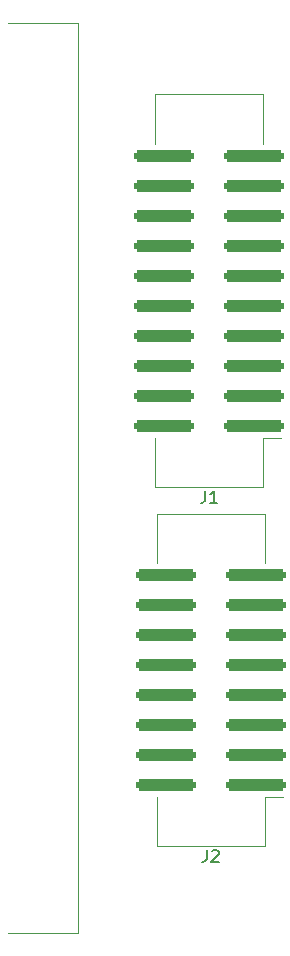
<source format=gbr>
%TF.GenerationSoftware,KiCad,Pcbnew,8.0.1*%
%TF.CreationDate,2024-04-03T13:15:38+02:00*%
%TF.ProjectId,AdapterFlatFlexMYDAQ,41646170-7465-4724-966c-6174466c6578,rev?*%
%TF.SameCoordinates,Original*%
%TF.FileFunction,Legend,Top*%
%TF.FilePolarity,Positive*%
%FSLAX46Y46*%
G04 Gerber Fmt 4.6, Leading zero omitted, Abs format (unit mm)*
G04 Created by KiCad (PCBNEW 8.0.1) date 2024-04-03 13:15:38*
%MOMM*%
%LPD*%
G01*
G04 APERTURE LIST*
G04 Aperture macros list*
%AMRoundRect*
0 Rectangle with rounded corners*
0 $1 Rounding radius*
0 $2 $3 $4 $5 $6 $7 $8 $9 X,Y pos of 4 corners*
0 Add a 4 corners polygon primitive as box body*
4,1,4,$2,$3,$4,$5,$6,$7,$8,$9,$2,$3,0*
0 Add four circle primitives for the rounded corners*
1,1,$1+$1,$2,$3*
1,1,$1+$1,$4,$5*
1,1,$1+$1,$6,$7*
1,1,$1+$1,$8,$9*
0 Add four rect primitives between the rounded corners*
20,1,$1+$1,$2,$3,$4,$5,0*
20,1,$1+$1,$4,$5,$6,$7,0*
20,1,$1+$1,$6,$7,$8,$9,0*
20,1,$1+$1,$8,$9,$2,$3,0*%
G04 Aperture macros list end*
%ADD10C,0.150000*%
%ADD11C,0.120000*%
%ADD12RoundRect,0.255000X2.245000X0.255000X-2.245000X0.255000X-2.245000X-0.255000X2.245000X-0.255000X0*%
%ADD13C,2.800000*%
G04 APERTURE END LIST*
D10*
X103216666Y-75614819D02*
X103216666Y-76329104D01*
X103216666Y-76329104D02*
X103169047Y-76471961D01*
X103169047Y-76471961D02*
X103073809Y-76567200D01*
X103073809Y-76567200D02*
X102930952Y-76614819D01*
X102930952Y-76614819D02*
X102835714Y-76614819D01*
X104216666Y-76614819D02*
X103645238Y-76614819D01*
X103930952Y-76614819D02*
X103930952Y-75614819D01*
X103930952Y-75614819D02*
X103835714Y-75757676D01*
X103835714Y-75757676D02*
X103740476Y-75852914D01*
X103740476Y-75852914D02*
X103645238Y-75900533D01*
X103366666Y-106034819D02*
X103366666Y-106749104D01*
X103366666Y-106749104D02*
X103319047Y-106891961D01*
X103319047Y-106891961D02*
X103223809Y-106987200D01*
X103223809Y-106987200D02*
X103080952Y-107034819D01*
X103080952Y-107034819D02*
X102985714Y-107034819D01*
X103795238Y-106130057D02*
X103842857Y-106082438D01*
X103842857Y-106082438D02*
X103938095Y-106034819D01*
X103938095Y-106034819D02*
X104176190Y-106034819D01*
X104176190Y-106034819D02*
X104271428Y-106082438D01*
X104271428Y-106082438D02*
X104319047Y-106130057D01*
X104319047Y-106130057D02*
X104366666Y-106225295D01*
X104366666Y-106225295D02*
X104366666Y-106320533D01*
X104366666Y-106320533D02*
X104319047Y-106463390D01*
X104319047Y-106463390D02*
X103747619Y-107034819D01*
X103747619Y-107034819D02*
X104366666Y-107034819D01*
D11*
%TO.C,J1*%
X98965000Y-42030000D02*
X98965000Y-46210000D01*
X98965000Y-75270000D02*
X98965000Y-71090000D01*
X108135000Y-42030000D02*
X98965000Y-42030000D01*
X108135000Y-46210000D02*
X108135000Y-42030000D01*
X108135000Y-71090000D02*
X108135000Y-75270000D01*
X108135000Y-71090000D02*
X109635000Y-71090000D01*
X108135000Y-75270000D02*
X98965000Y-75270000D01*
%TO.C,J2*%
X99115000Y-77530000D02*
X99115000Y-81710000D01*
X99115000Y-105690000D02*
X99115000Y-101510000D01*
X108285000Y-77530000D02*
X99115000Y-77530000D01*
X108285000Y-81710000D02*
X108285000Y-77530000D01*
X108285000Y-101510000D02*
X108285000Y-105690000D01*
X108285000Y-101510000D02*
X109785000Y-101510000D01*
X108285000Y-105690000D02*
X99115000Y-105690000D01*
%TO.C,J4*%
X92500000Y-36000000D02*
X86500000Y-36000000D01*
X92500000Y-113000000D02*
X86500000Y-113000000D01*
X92500000Y-113000000D02*
X92500000Y-36000000D01*
%TD*%
%LPC*%
D12*
%TO.C,J1*%
X107350000Y-70080000D03*
X99750000Y-70080000D03*
X107350000Y-67540000D03*
X99750000Y-67540000D03*
X107350000Y-65000000D03*
X99750000Y-65000000D03*
X107350000Y-62460000D03*
X99750000Y-62460000D03*
X107350000Y-59920000D03*
X99750000Y-59920000D03*
X107350000Y-57380000D03*
X99750000Y-57380000D03*
X107350000Y-54840000D03*
X99750000Y-54840000D03*
X107350000Y-52300000D03*
X99750000Y-52300000D03*
X107350000Y-49760000D03*
X99750000Y-49760000D03*
X107350000Y-47220000D03*
X99750000Y-47220000D03*
%TD*%
%TO.C,J2*%
X107500000Y-100500000D03*
X99900000Y-100500000D03*
X107500000Y-97960000D03*
X99900000Y-97960000D03*
X107500000Y-95420000D03*
X99900000Y-95420000D03*
X107500000Y-92880000D03*
X99900000Y-92880000D03*
X107500000Y-90340000D03*
X99900000Y-90340000D03*
X107500000Y-87800000D03*
X99900000Y-87800000D03*
X107500000Y-85260000D03*
X99900000Y-85260000D03*
X107500000Y-82720000D03*
X99900000Y-82720000D03*
%TD*%
D13*
%TO.C,J4*%
X87960000Y-110695000D03*
X90500000Y-110695000D03*
X87960000Y-106885000D03*
X90500000Y-106885000D03*
X87960000Y-103075000D03*
X90500000Y-103075000D03*
X87960000Y-99265000D03*
X90500000Y-99265000D03*
X87960000Y-95455000D03*
X90500000Y-95455000D03*
X87960000Y-91645000D03*
X90500000Y-91645000D03*
X87960000Y-87835000D03*
X90500000Y-87835000D03*
X87960000Y-84025000D03*
X90500000Y-84025000D03*
X87960000Y-80215000D03*
X90500000Y-80215000D03*
X87960000Y-76405000D03*
X90500000Y-76405000D03*
X87960000Y-72595000D03*
X90500000Y-72595000D03*
X87960000Y-68785000D03*
X90500000Y-68785000D03*
X87960000Y-64975000D03*
X90500000Y-64975000D03*
X87960000Y-61165000D03*
X90500000Y-61165000D03*
X87960000Y-57355000D03*
X90500000Y-57355000D03*
X87960000Y-53545000D03*
X90500000Y-53545000D03*
X87960000Y-49735000D03*
X90500000Y-49735000D03*
X87960000Y-45925000D03*
X90500000Y-45925000D03*
X87960000Y-42115000D03*
X90500000Y-42115000D03*
X87960000Y-38305000D03*
X90500000Y-38305000D03*
%TD*%
%LPD*%
M02*

</source>
